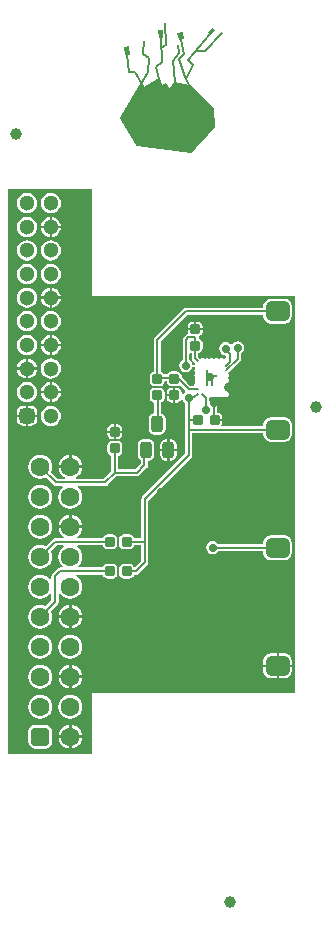
<source format=gtl>
G04*
G04 #@! TF.GenerationSoftware,Altium Limited,Altium Designer,23.3.1 (30)*
G04*
G04 Layer_Physical_Order=1*
G04 Layer_Color=255*
%FSLAX44Y44*%
%MOMM*%
G71*
G04*
G04 #@! TF.SameCoordinates,93B2F360-A854-404C-8A8F-734AF7A26EB0*
G04*
G04*
G04 #@! TF.FilePolarity,Positive*
G04*
G01*
G75*
%ADD10C,0.2000*%
%ADD13C,0.1500*%
%ADD15C,0.1656*%
G04:AMPARAMS|DCode=17|XSize=0.85mm|YSize=0.85mm|CornerRadius=0.2125mm|HoleSize=0mm|Usage=FLASHONLY|Rotation=270.000|XOffset=0mm|YOffset=0mm|HoleType=Round|Shape=RoundedRectangle|*
%AMROUNDEDRECTD17*
21,1,0.8500,0.4250,0,0,270.0*
21,1,0.4250,0.8500,0,0,270.0*
1,1,0.4250,-0.2125,-0.2125*
1,1,0.4250,-0.2125,0.2125*
1,1,0.4250,0.2125,0.2125*
1,1,0.4250,0.2125,-0.2125*
%
%ADD17ROUNDEDRECTD17*%
G04:AMPARAMS|DCode=18|XSize=0.85mm|YSize=0.85mm|CornerRadius=0.2125mm|HoleSize=0mm|Usage=FLASHONLY|Rotation=180.000|XOffset=0mm|YOffset=0mm|HoleType=Round|Shape=RoundedRectangle|*
%AMROUNDEDRECTD18*
21,1,0.8500,0.4250,0,0,180.0*
21,1,0.4250,0.8500,0,0,180.0*
1,1,0.4250,-0.2125,0.2125*
1,1,0.4250,0.2125,0.2125*
1,1,0.4250,0.2125,-0.2125*
1,1,0.4250,-0.2125,-0.2125*
%
%ADD18ROUNDEDRECTD18*%
G04:AMPARAMS|DCode=19|XSize=1mm|YSize=1.4mm|CornerRadius=0.25mm|HoleSize=0mm|Usage=FLASHONLY|Rotation=0.000|XOffset=0mm|YOffset=0mm|HoleType=Round|Shape=RoundedRectangle|*
%AMROUNDEDRECTD19*
21,1,1.0000,0.9000,0,0,0.0*
21,1,0.5000,1.4000,0,0,0.0*
1,1,0.5000,0.2500,-0.4500*
1,1,0.5000,-0.2500,-0.4500*
1,1,0.5000,-0.2500,0.4500*
1,1,0.5000,0.2500,0.4500*
%
%ADD19ROUNDEDRECTD19*%
%ADD20C,0.1500*%
%ADD32C,1.0000*%
G04:AMPARAMS|DCode=33|XSize=1.7mm|YSize=2mm|CornerRadius=0.425mm|HoleSize=0mm|Usage=FLASHONLY|Rotation=90.000|XOffset=0mm|YOffset=0mm|HoleType=Round|Shape=RoundedRectangle|*
%AMROUNDEDRECTD33*
21,1,1.7000,1.1500,0,0,90.0*
21,1,0.8500,2.0000,0,0,90.0*
1,1,0.8500,0.5750,0.4250*
1,1,0.8500,0.5750,-0.4250*
1,1,0.8500,-0.5750,-0.4250*
1,1,0.8500,-0.5750,0.4250*
%
%ADD33ROUNDEDRECTD33*%
%ADD34C,1.3000*%
G04:AMPARAMS|DCode=35|XSize=1.3mm|YSize=1.3mm|CornerRadius=0.325mm|HoleSize=0mm|Usage=FLASHONLY|Rotation=90.000|XOffset=0mm|YOffset=0mm|HoleType=Round|Shape=RoundedRectangle|*
%AMROUNDEDRECTD35*
21,1,1.3000,0.6500,0,0,90.0*
21,1,0.6500,1.3000,0,0,90.0*
1,1,0.6500,0.3250,0.3250*
1,1,0.6500,0.3250,-0.3250*
1,1,0.6500,-0.3250,-0.3250*
1,1,0.6500,-0.3250,0.3250*
%
%ADD35ROUNDEDRECTD35*%
%ADD36C,1.6000*%
G04:AMPARAMS|DCode=37|XSize=1.6mm|YSize=1.6mm|CornerRadius=0.4mm|HoleSize=0mm|Usage=FLASHONLY|Rotation=90.000|XOffset=0mm|YOffset=0mm|HoleType=Round|Shape=RoundedRectangle|*
%AMROUNDEDRECTD37*
21,1,1.6000,0.8000,0,0,90.0*
21,1,0.8000,1.6000,0,0,90.0*
1,1,0.8000,0.4000,0.4000*
1,1,0.8000,0.4000,-0.4000*
1,1,0.8000,-0.4000,-0.4000*
1,1,0.8000,-0.4000,0.4000*
%
%ADD37ROUNDEDRECTD37*%
%ADD38C,0.7000*%
G36*
X93000Y533000D02*
X265000D01*
Y196750D01*
X93000D01*
Y145250D01*
X21500D01*
Y623250D01*
X93000D01*
Y533000D01*
D02*
G37*
G36*
X176621Y655304D02*
X130819Y660841D01*
X117049Y683963D01*
X134471Y712805D01*
X136477Y708876D01*
X149641Y716497D01*
X152066Y710088D01*
X154721Y712109D01*
X158936Y707202D01*
X162920Y714014D01*
X174553Y711676D01*
X194905Y691065D01*
X195771Y675996D01*
X176621Y655304D01*
D02*
G37*
G36*
X120075Y743991D02*
X121104Y736678D01*
X125324Y737272D01*
X124295Y744585D01*
X120075Y743991D01*
D02*
G37*
G36*
X148784Y758153D02*
X149258Y751458D01*
X152924Y751717D01*
X152451Y758412D01*
X148784Y758153D01*
D02*
G37*
G36*
X165139Y755704D02*
X166521Y749637D01*
X170807Y750613D01*
X169424Y756680D01*
X165139Y755704D01*
D02*
G37*
G36*
X194591Y760354D02*
X190851Y755976D01*
X193391Y753806D01*
X197131Y758185D01*
X194591Y760354D01*
D02*
G37*
%LPC*%
G36*
X57800Y620223D02*
X55581Y619931D01*
X53513Y619075D01*
X51738Y617712D01*
X50375Y615937D01*
X49519Y613869D01*
X49227Y611650D01*
X49519Y609431D01*
X50375Y607363D01*
X51738Y605588D01*
X53513Y604225D01*
X55581Y603369D01*
X57800Y603077D01*
X60019Y603369D01*
X62087Y604225D01*
X63862Y605588D01*
X65225Y607363D01*
X66081Y609431D01*
X66373Y611650D01*
X66081Y613869D01*
X65225Y615937D01*
X63862Y617712D01*
X62087Y619075D01*
X60019Y619931D01*
X57800Y620223D01*
D02*
G37*
G36*
X37800D02*
X35581Y619931D01*
X33513Y619075D01*
X31738Y617712D01*
X30375Y615937D01*
X29519Y613869D01*
X29227Y611650D01*
X29519Y609431D01*
X30375Y607363D01*
X31738Y605588D01*
X33513Y604225D01*
X35581Y603369D01*
X37800Y603077D01*
X40019Y603369D01*
X42087Y604225D01*
X43862Y605588D01*
X45225Y607363D01*
X46081Y609431D01*
X46373Y611650D01*
X46081Y613869D01*
X45225Y615937D01*
X43862Y617712D01*
X42087Y619075D01*
X40019Y619931D01*
X37800Y620223D01*
D02*
G37*
G36*
X58800Y600092D02*
Y592650D01*
X66242D01*
X66081Y593869D01*
X65225Y595937D01*
X63862Y597712D01*
X62087Y599075D01*
X60019Y599931D01*
X58800Y600092D01*
D02*
G37*
G36*
X56800D02*
X55581Y599931D01*
X53513Y599075D01*
X51738Y597712D01*
X50375Y595937D01*
X49519Y593869D01*
X49358Y592650D01*
X56800D01*
Y600092D01*
D02*
G37*
G36*
X66242Y590650D02*
X58800D01*
Y583208D01*
X60019Y583369D01*
X62087Y584225D01*
X63862Y585588D01*
X65225Y587363D01*
X66081Y589431D01*
X66242Y590650D01*
D02*
G37*
G36*
X56800D02*
X49358D01*
X49519Y589431D01*
X50375Y587363D01*
X51738Y585588D01*
X53513Y584225D01*
X55581Y583369D01*
X56800Y583208D01*
Y590650D01*
D02*
G37*
G36*
X37800Y600223D02*
X35581Y599931D01*
X33513Y599075D01*
X31738Y597712D01*
X30375Y595937D01*
X29519Y593869D01*
X29227Y591650D01*
X29519Y589431D01*
X30375Y587363D01*
X31738Y585588D01*
X33513Y584225D01*
X35581Y583369D01*
X37800Y583077D01*
X40019Y583369D01*
X42087Y584225D01*
X43862Y585588D01*
X45225Y587363D01*
X46081Y589431D01*
X46373Y591650D01*
X46081Y593869D01*
X45225Y595937D01*
X43862Y597712D01*
X42087Y599075D01*
X40019Y599931D01*
X37800Y600223D01*
D02*
G37*
G36*
X57800Y580223D02*
X55581Y579931D01*
X53513Y579075D01*
X51738Y577712D01*
X50375Y575937D01*
X49519Y573869D01*
X49227Y571650D01*
X49519Y569431D01*
X50375Y567363D01*
X51738Y565588D01*
X53513Y564225D01*
X55581Y563369D01*
X57800Y563077D01*
X60019Y563369D01*
X62087Y564225D01*
X63862Y565588D01*
X65225Y567363D01*
X66081Y569431D01*
X66373Y571650D01*
X66081Y573869D01*
X65225Y575937D01*
X63862Y577712D01*
X62087Y579075D01*
X60019Y579931D01*
X57800Y580223D01*
D02*
G37*
G36*
X37800D02*
X35581Y579931D01*
X33513Y579075D01*
X31738Y577712D01*
X30375Y575937D01*
X29519Y573869D01*
X29227Y571650D01*
X29519Y569431D01*
X30375Y567363D01*
X31738Y565588D01*
X33513Y564225D01*
X35581Y563369D01*
X37800Y563077D01*
X40019Y563369D01*
X42087Y564225D01*
X43862Y565588D01*
X45225Y567363D01*
X46081Y569431D01*
X46373Y571650D01*
X46081Y573869D01*
X45225Y575937D01*
X43862Y577712D01*
X42087Y579075D01*
X40019Y579931D01*
X37800Y580223D01*
D02*
G37*
G36*
X57800Y560223D02*
X55581Y559931D01*
X53513Y559075D01*
X51738Y557712D01*
X50375Y555937D01*
X49519Y553869D01*
X49227Y551650D01*
X49519Y549431D01*
X50375Y547363D01*
X51738Y545588D01*
X53513Y544225D01*
X55581Y543369D01*
X57800Y543077D01*
X60019Y543369D01*
X62087Y544225D01*
X63862Y545588D01*
X65225Y547363D01*
X66081Y549431D01*
X66373Y551650D01*
X66081Y553869D01*
X65225Y555937D01*
X63862Y557712D01*
X62087Y559075D01*
X60019Y559931D01*
X57800Y560223D01*
D02*
G37*
G36*
X37800D02*
X35581Y559931D01*
X33513Y559075D01*
X31738Y557712D01*
X30375Y555937D01*
X29519Y553869D01*
X29227Y551650D01*
X29519Y549431D01*
X30375Y547363D01*
X31738Y545588D01*
X33513Y544225D01*
X35581Y543369D01*
X37800Y543077D01*
X40019Y543369D01*
X42087Y544225D01*
X43862Y545588D01*
X45225Y547363D01*
X46081Y549431D01*
X46373Y551650D01*
X46081Y553869D01*
X45225Y555937D01*
X43862Y557712D01*
X42087Y559075D01*
X40019Y559931D01*
X37800Y560223D01*
D02*
G37*
G36*
X58800Y540092D02*
Y532650D01*
X66242D01*
X66081Y533869D01*
X65225Y535937D01*
X63862Y537712D01*
X62087Y539075D01*
X60019Y539931D01*
X58800Y540092D01*
D02*
G37*
G36*
X56800D02*
X55581Y539931D01*
X53513Y539075D01*
X51738Y537712D01*
X50375Y535937D01*
X49519Y533869D01*
X49358Y532650D01*
X56800D01*
Y540092D01*
D02*
G37*
G36*
X66242Y530650D02*
X58800D01*
Y523208D01*
X60019Y523369D01*
X62087Y524225D01*
X63862Y525588D01*
X65225Y527363D01*
X66081Y529431D01*
X66242Y530650D01*
D02*
G37*
G36*
X56800D02*
X49358D01*
X49519Y529431D01*
X50375Y527363D01*
X51738Y525588D01*
X53513Y524225D01*
X55581Y523369D01*
X56800Y523208D01*
Y530650D01*
D02*
G37*
G36*
X37800Y540223D02*
X35581Y539931D01*
X33513Y539075D01*
X31738Y537712D01*
X30375Y535937D01*
X29519Y533869D01*
X29227Y531650D01*
X29519Y529431D01*
X30375Y527363D01*
X31738Y525588D01*
X33513Y524225D01*
X35581Y523369D01*
X37800Y523077D01*
X40019Y523369D01*
X42087Y524225D01*
X43862Y525588D01*
X45225Y527363D01*
X46081Y529431D01*
X46373Y531650D01*
X46081Y533869D01*
X45225Y535937D01*
X43862Y537712D01*
X42087Y539075D01*
X40019Y539931D01*
X37800Y540223D01*
D02*
G37*
G36*
X255750Y530622D02*
X244250D01*
X241811Y530137D01*
X239744Y528756D01*
X238363Y526689D01*
X237878Y524250D01*
Y523059D01*
X172000D01*
X170830Y522826D01*
X169837Y522163D01*
X169837Y522163D01*
X145829Y498154D01*
X145166Y497162D01*
X144933Y495992D01*
X144933Y495992D01*
Y469130D01*
X144257Y468996D01*
X142893Y468084D01*
X141981Y466720D01*
X141661Y465110D01*
Y460860D01*
X141981Y459250D01*
X142893Y457886D01*
X144257Y456974D01*
X145867Y456654D01*
X150117D01*
X151726Y456974D01*
X153091Y457886D01*
X154002Y459250D01*
X154323Y460860D01*
Y460941D01*
X155911D01*
Y460860D01*
X156231Y459250D01*
X157143Y457886D01*
X158507Y456974D01*
X160117Y456654D01*
X164367D01*
X165976Y456974D01*
X166860Y457565D01*
X171830Y452594D01*
X171705Y451330D01*
X170785Y450715D01*
X169842Y449305D01*
X168573Y449690D01*
Y451110D01*
X168252Y452719D01*
X167341Y454084D01*
X165976Y454996D01*
X164367Y455316D01*
X163242D01*
Y448985D01*
Y442654D01*
X164367D01*
X165976Y442974D01*
X167341Y443886D01*
X168170Y445127D01*
X168656Y445167D01*
X169492Y444993D01*
X169569Y444604D01*
X170785Y442785D01*
X171441Y442346D01*
Y426500D01*
X171441Y426500D01*
X171441Y426500D01*
Y419905D01*
Y399419D01*
X135337Y363315D01*
X134674Y362323D01*
X134441Y361152D01*
X134441Y361152D01*
Y328059D01*
X128145D01*
X128011Y328735D01*
X127099Y330099D01*
X125735Y331011D01*
X124125Y331331D01*
X119875D01*
X118265Y331011D01*
X116901Y330099D01*
X115989Y328735D01*
X115669Y327125D01*
Y322875D01*
X115989Y321265D01*
X116901Y319901D01*
X118265Y318989D01*
X119875Y318669D01*
X124125D01*
X125735Y318989D01*
X127099Y319901D01*
X128011Y321265D01*
X128145Y321941D01*
X134441D01*
Y308767D01*
X129323Y303648D01*
X128855Y303679D01*
X127851Y303973D01*
X127099Y305099D01*
X125735Y306011D01*
X124125Y306331D01*
X119875D01*
X118265Y306011D01*
X116901Y305099D01*
X115989Y303734D01*
X115669Y302125D01*
Y297875D01*
X115989Y296266D01*
X116901Y294901D01*
X118265Y293989D01*
X119875Y293669D01*
X124125D01*
X125735Y293989D01*
X127099Y294901D01*
X128011Y296266D01*
X128145Y296941D01*
X130000D01*
X130000Y296941D01*
X131171Y297174D01*
X132163Y297837D01*
X139663Y305337D01*
X140326Y306329D01*
X140559Y307500D01*
X140559Y307500D01*
Y325250D01*
X140559Y325250D01*
X140559Y325250D01*
Y359885D01*
X176663Y395989D01*
X177326Y396982D01*
X177559Y398152D01*
X177559Y398153D01*
Y416846D01*
X237878D01*
Y415750D01*
X238363Y413311D01*
X239744Y411244D01*
X241811Y409863D01*
X244250Y409378D01*
X255750D01*
X258189Y409863D01*
X260256Y411244D01*
X261637Y413311D01*
X262122Y415750D01*
Y424250D01*
X261637Y426689D01*
X260256Y428756D01*
X258189Y430137D01*
X255750Y430622D01*
X244250D01*
X241811Y430137D01*
X239744Y428756D01*
X238363Y426689D01*
X237878Y424250D01*
Y422963D01*
X202988D01*
X202389Y424084D01*
X202511Y424266D01*
X202831Y425875D01*
Y427000D01*
X196500D01*
Y429000D01*
X202831D01*
Y430125D01*
X202511Y431735D01*
X201599Y433099D01*
X200235Y434011D01*
X198684Y434319D01*
Y440742D01*
X199076Y441329D01*
X199309Y442500D01*
X199076Y443671D01*
X198413Y444663D01*
X197421Y445326D01*
X196250Y445559D01*
X195079Y445326D01*
X194087Y444663D01*
X193462Y444038D01*
X193297Y443791D01*
X192027Y444176D01*
Y446617D01*
X192930Y447282D01*
X193240Y447387D01*
X194200Y447196D01*
X195273Y447410D01*
X196200Y448006D01*
X197127Y447410D01*
X198200Y447196D01*
X199273Y447410D01*
X200200Y448006D01*
X201127Y447410D01*
X202200Y447196D01*
X203273Y447410D01*
X204200Y448006D01*
X205127Y447410D01*
X206200Y447196D01*
X207273Y447410D01*
X208183Y448017D01*
X208790Y448927D01*
X209004Y450000D01*
X208790Y451073D01*
X208183Y451983D01*
X207273Y452590D01*
X206200Y452804D01*
X206055Y452775D01*
X204975Y453855D01*
X205004Y454000D01*
X204790Y455073D01*
X204183Y455983D01*
Y456017D01*
X204790Y456927D01*
X205004Y458000D01*
X204975Y458145D01*
X206055Y459225D01*
X206200Y459196D01*
X207273Y459410D01*
X208183Y460017D01*
X208790Y460927D01*
X209004Y462000D01*
X208790Y463073D01*
X208194Y464000D01*
X208790Y464927D01*
X209004Y466000D01*
X208790Y467073D01*
X208196Y467997D01*
X209015Y468849D01*
X217983Y477817D01*
X218590Y478727D01*
X218804Y479800D01*
Y484509D01*
X219965Y485285D01*
X221181Y487104D01*
X221608Y489250D01*
X221181Y491396D01*
X219965Y493215D01*
X218146Y494431D01*
X216000Y494858D01*
X213854Y494431D01*
X212035Y493215D01*
X211513Y492435D01*
X209986D01*
X209965Y492465D01*
X208146Y493681D01*
X206000Y494108D01*
X203854Y493681D01*
X202035Y492465D01*
X200819Y490646D01*
X200392Y488500D01*
X200819Y486354D01*
X202035Y484535D01*
X203854Y483319D01*
X205687Y482955D01*
X206247Y481745D01*
X205776Y480719D01*
X205127Y480590D01*
X204200Y479994D01*
X203273Y480591D01*
X202200Y480804D01*
X201127Y480590D01*
X200217Y479983D01*
X200183D01*
X199273Y480590D01*
X198200Y480804D01*
X197127Y480590D01*
X196200Y479994D01*
X195273Y480591D01*
X194200Y480804D01*
X193127Y480590D01*
X192200Y479994D01*
X191273Y480591D01*
X190200Y480804D01*
X189127Y480590D01*
X188217Y479983D01*
X188183D01*
X187273Y480590D01*
X186200Y480804D01*
X185127Y480590D01*
X184217Y479983D01*
X183351Y480815D01*
X182804Y481361D01*
Y484804D01*
X183734Y484989D01*
X185099Y485901D01*
X186011Y487266D01*
X186331Y488875D01*
Y493125D01*
X186011Y494734D01*
X185099Y496099D01*
X183734Y497011D01*
X183459Y497755D01*
X183734Y498989D01*
X185099Y499901D01*
X186011Y501265D01*
X186331Y502875D01*
Y504000D01*
X173669D01*
Y502875D01*
X173856Y501938D01*
X173989Y501265D01*
X173112Y500590D01*
X172202Y499983D01*
X170267Y498048D01*
X169660Y497138D01*
X169446Y496065D01*
Y478741D01*
X168285Y477965D01*
X167069Y476146D01*
X166642Y474000D01*
X167069Y471854D01*
X168285Y470035D01*
X170104Y468819D01*
X172250Y468392D01*
X174396Y468819D01*
X176215Y470035D01*
X177431Y471854D01*
X177858Y474000D01*
X177431Y476146D01*
X176215Y477965D01*
X175054Y478741D01*
Y484228D01*
X176084Y484916D01*
X177196Y484517D01*
Y480200D01*
X177410Y479127D01*
X178017Y478217D01*
X179385Y476849D01*
X180217Y475983D01*
X179610Y475073D01*
X179396Y474000D01*
X179610Y472927D01*
X180217Y472017D01*
Y471983D01*
X179610Y471073D01*
X179396Y470000D01*
X179610Y468927D01*
X180206Y468000D01*
X179610Y467073D01*
X179396Y466000D01*
X179610Y464927D01*
X180206Y464000D01*
X179610Y463073D01*
X179396Y462000D01*
X179610Y460927D01*
X180206Y460000D01*
X179610Y459073D01*
X179396Y458000D01*
X178288Y457059D01*
X176017D01*
X168573Y464503D01*
Y465110D01*
X168252Y466720D01*
X167341Y468084D01*
X165976Y468996D01*
X164367Y469316D01*
X160117D01*
X158507Y468996D01*
X157143Y468084D01*
X156458Y467059D01*
X153776D01*
X153091Y468084D01*
X151726Y468996D01*
X151050Y469130D01*
Y494725D01*
X173267Y516941D01*
X237878D01*
Y515750D01*
X238363Y513311D01*
X239744Y511244D01*
X241811Y509863D01*
X244250Y509378D01*
X255750D01*
X258189Y509863D01*
X260256Y511244D01*
X261637Y513311D01*
X262122Y515750D01*
Y524250D01*
X261637Y526689D01*
X260256Y528756D01*
X258189Y530137D01*
X255750Y530622D01*
D02*
G37*
G36*
X182125Y511331D02*
X181000D01*
Y506000D01*
X186331D01*
Y507125D01*
X186011Y508735D01*
X185099Y510099D01*
X183734Y511011D01*
X182125Y511331D01*
D02*
G37*
G36*
X179000D02*
X177875D01*
X176266Y511011D01*
X174901Y510099D01*
X173989Y508735D01*
X173669Y507125D01*
Y506000D01*
X179000D01*
Y511331D01*
D02*
G37*
G36*
X57800Y520223D02*
X55581Y519931D01*
X53513Y519075D01*
X51738Y517712D01*
X50375Y515937D01*
X49519Y513869D01*
X49227Y511650D01*
X49519Y509431D01*
X50375Y507363D01*
X51738Y505588D01*
X53513Y504225D01*
X55581Y503369D01*
X57800Y503077D01*
X60019Y503369D01*
X62087Y504225D01*
X63862Y505588D01*
X65225Y507363D01*
X66081Y509431D01*
X66373Y511650D01*
X66081Y513869D01*
X65225Y515937D01*
X63862Y517712D01*
X62087Y519075D01*
X60019Y519931D01*
X57800Y520223D01*
D02*
G37*
G36*
X37800D02*
X35581Y519931D01*
X33513Y519075D01*
X31738Y517712D01*
X30375Y515937D01*
X29519Y513869D01*
X29227Y511650D01*
X29519Y509431D01*
X30375Y507363D01*
X31738Y505588D01*
X33513Y504225D01*
X35581Y503369D01*
X37800Y503077D01*
X40019Y503369D01*
X42087Y504225D01*
X43862Y505588D01*
X45225Y507363D01*
X46081Y509431D01*
X46373Y511650D01*
X46081Y513869D01*
X45225Y515937D01*
X43862Y517712D01*
X42087Y519075D01*
X40019Y519931D01*
X37800Y520223D01*
D02*
G37*
G36*
X58800Y500092D02*
Y492650D01*
X66242D01*
X66081Y493869D01*
X65225Y495937D01*
X63862Y497712D01*
X62087Y499075D01*
X60019Y499931D01*
X58800Y500092D01*
D02*
G37*
G36*
X56800D02*
X55581Y499931D01*
X53513Y499075D01*
X51738Y497712D01*
X50375Y495937D01*
X49519Y493869D01*
X49358Y492650D01*
X56800D01*
Y500092D01*
D02*
G37*
G36*
X66242Y490650D02*
X58800D01*
Y483208D01*
X60019Y483369D01*
X62087Y484225D01*
X63862Y485588D01*
X65225Y487363D01*
X66081Y489431D01*
X66242Y490650D01*
D02*
G37*
G36*
X56800D02*
X49358D01*
X49519Y489431D01*
X50375Y487363D01*
X51738Y485588D01*
X53513Y484225D01*
X55581Y483369D01*
X56800Y483208D01*
Y490650D01*
D02*
G37*
G36*
X37800Y500223D02*
X35581Y499931D01*
X33513Y499075D01*
X31738Y497712D01*
X30375Y495937D01*
X29519Y493869D01*
X29227Y491650D01*
X29519Y489431D01*
X30375Y487363D01*
X31738Y485588D01*
X33513Y484225D01*
X35581Y483369D01*
X37800Y483077D01*
X40019Y483369D01*
X42087Y484225D01*
X43862Y485588D01*
X45225Y487363D01*
X46081Y489431D01*
X46373Y491650D01*
X46081Y493869D01*
X45225Y495937D01*
X43862Y497712D01*
X42087Y499075D01*
X40019Y499931D01*
X37800Y500223D01*
D02*
G37*
G36*
X38800Y480092D02*
Y472650D01*
X46242D01*
X46081Y473869D01*
X45225Y475937D01*
X43862Y477712D01*
X42087Y479075D01*
X40019Y479931D01*
X38800Y480092D01*
D02*
G37*
G36*
X36800D02*
X35581Y479931D01*
X33513Y479075D01*
X31738Y477712D01*
X30375Y475937D01*
X29519Y473869D01*
X29358Y472650D01*
X36800D01*
Y480092D01*
D02*
G37*
G36*
Y470650D02*
X29358D01*
X29519Y469431D01*
X30375Y467363D01*
X31738Y465588D01*
X33513Y464225D01*
X35581Y463369D01*
X36800Y463208D01*
Y470650D01*
D02*
G37*
G36*
X46242D02*
X38800D01*
Y463208D01*
X40019Y463369D01*
X42087Y464225D01*
X43862Y465588D01*
X45225Y467363D01*
X46081Y469431D01*
X46242Y470650D01*
D02*
G37*
G36*
X57800Y480223D02*
X55581Y479931D01*
X53513Y479075D01*
X51738Y477712D01*
X50375Y475937D01*
X49519Y473869D01*
X49227Y471650D01*
X49519Y469431D01*
X50375Y467363D01*
X51738Y465588D01*
X53513Y464225D01*
X55581Y463369D01*
X57800Y463077D01*
X60019Y463369D01*
X62087Y464225D01*
X63862Y465588D01*
X65225Y467363D01*
X66081Y469431D01*
X66373Y471650D01*
X66081Y473869D01*
X65225Y475937D01*
X63862Y477712D01*
X62087Y479075D01*
X60019Y479931D01*
X57800Y480223D01*
D02*
G37*
G36*
X58800Y460092D02*
Y452650D01*
X66242D01*
X66081Y453869D01*
X65225Y455937D01*
X63862Y457712D01*
X62087Y459075D01*
X60019Y459931D01*
X58800Y460092D01*
D02*
G37*
G36*
X56800D02*
X55581Y459931D01*
X53513Y459075D01*
X51738Y457712D01*
X50375Y455937D01*
X49519Y453869D01*
X49358Y452650D01*
X56800D01*
Y460092D01*
D02*
G37*
G36*
X161242Y455316D02*
X160117D01*
X158507Y454996D01*
X157143Y454084D01*
X156231Y452719D01*
X155911Y451110D01*
Y449985D01*
X161242D01*
Y455316D01*
D02*
G37*
G36*
X66242Y450650D02*
X58800D01*
Y443208D01*
X60019Y443369D01*
X62087Y444225D01*
X63862Y445588D01*
X65225Y447363D01*
X66081Y449431D01*
X66242Y450650D01*
D02*
G37*
G36*
X56800D02*
X49358D01*
X49519Y449431D01*
X50375Y447363D01*
X51738Y445588D01*
X53513Y444225D01*
X55581Y443369D01*
X56800Y443208D01*
Y450650D01*
D02*
G37*
G36*
X37800Y460223D02*
X35581Y459931D01*
X33513Y459075D01*
X31738Y457712D01*
X30375Y455937D01*
X29519Y453869D01*
X29227Y451650D01*
X29519Y449431D01*
X30375Y447363D01*
X31738Y445588D01*
X33513Y444225D01*
X35581Y443369D01*
X37800Y443077D01*
X40019Y443369D01*
X42087Y444225D01*
X43862Y445588D01*
X45225Y447363D01*
X46081Y449431D01*
X46373Y451650D01*
X46081Y453869D01*
X45225Y455937D01*
X43862Y457712D01*
X42087Y459075D01*
X40019Y459931D01*
X37800Y460223D01*
D02*
G37*
G36*
X161242Y447985D02*
X155911D01*
Y446860D01*
X156231Y445251D01*
X157143Y443886D01*
X158507Y442974D01*
X160117Y442654D01*
X161242D01*
Y447985D01*
D02*
G37*
G36*
X41050Y440253D02*
X38800D01*
Y432650D01*
X46403D01*
Y434900D01*
X45995Y436948D01*
X44835Y438685D01*
X43098Y439845D01*
X41050Y440253D01*
D02*
G37*
G36*
X36800D02*
X34550D01*
X32502Y439845D01*
X30765Y438685D01*
X29605Y436948D01*
X29197Y434900D01*
Y432650D01*
X36800D01*
Y440253D01*
D02*
G37*
G36*
X57800Y440223D02*
X55581Y439931D01*
X53513Y439075D01*
X51738Y437712D01*
X50375Y435937D01*
X49519Y433869D01*
X49227Y431650D01*
X49519Y429431D01*
X50375Y427363D01*
X51738Y425588D01*
X53513Y424225D01*
X55581Y423369D01*
X57800Y423077D01*
X60019Y423369D01*
X62087Y424225D01*
X63862Y425588D01*
X65225Y427363D01*
X66081Y429431D01*
X66373Y431650D01*
X66081Y433869D01*
X65225Y435937D01*
X63862Y437712D01*
X62087Y439075D01*
X60019Y439931D01*
X57800Y440223D01*
D02*
G37*
G36*
X46403Y430650D02*
X38800D01*
Y423047D01*
X41050D01*
X43098Y423455D01*
X44835Y424615D01*
X45995Y426352D01*
X46403Y428400D01*
Y430650D01*
D02*
G37*
G36*
X36800D02*
X29197D01*
Y428400D01*
X29605Y426352D01*
X30765Y424615D01*
X32502Y423455D01*
X34550Y423047D01*
X36800D01*
Y430650D01*
D02*
G37*
G36*
X114125Y424331D02*
X113000D01*
Y419000D01*
X118331D01*
Y420125D01*
X118011Y421735D01*
X117099Y423099D01*
X115735Y424011D01*
X114125Y424331D01*
D02*
G37*
G36*
X111000D02*
X109875D01*
X108265Y424011D01*
X106901Y423099D01*
X105989Y421735D01*
X105669Y420125D01*
Y419000D01*
X111000D01*
Y424331D01*
D02*
G37*
G36*
X150117Y455316D02*
X145867D01*
X144257Y454996D01*
X142893Y454084D01*
X141981Y452719D01*
X141661Y451110D01*
Y446860D01*
X141981Y445251D01*
X142893Y443886D01*
X144257Y442974D01*
X145441Y442739D01*
Y433694D01*
X143736Y433354D01*
X142247Y432360D01*
X141253Y430871D01*
X140904Y429115D01*
Y420115D01*
X141253Y418360D01*
X142247Y416871D01*
X143736Y415877D01*
X145492Y415527D01*
X150492D01*
X152247Y415877D01*
X153736Y416871D01*
X154731Y418360D01*
X155080Y420115D01*
Y429115D01*
X154731Y430871D01*
X153736Y432360D01*
X152247Y433354D01*
X151559Y433491D01*
Y442941D01*
X151726Y442974D01*
X153091Y443886D01*
X154002Y445251D01*
X154323Y446860D01*
Y451110D01*
X154002Y452719D01*
X153091Y454084D01*
X151726Y454996D01*
X150117Y455316D01*
D02*
G37*
G36*
X118331Y417000D02*
X113000D01*
Y411669D01*
X114125D01*
X115735Y411989D01*
X117099Y412901D01*
X118011Y414266D01*
X118331Y415875D01*
Y417000D01*
D02*
G37*
G36*
X111000D02*
X105669D01*
Y415875D01*
X105989Y414266D01*
X106901Y412901D01*
X108265Y411989D01*
X109875Y411669D01*
X111000D01*
Y417000D01*
D02*
G37*
G36*
X159992Y411703D02*
X158492D01*
Y403615D01*
X164580D01*
Y407115D01*
X164231Y408871D01*
X163236Y410360D01*
X161747Y411354D01*
X159992Y411703D01*
D02*
G37*
G36*
X156492D02*
X154992D01*
X153236Y411354D01*
X151747Y410360D01*
X150753Y408871D01*
X150403Y407115D01*
Y403615D01*
X156492D01*
Y411703D01*
D02*
G37*
G36*
X164580Y401615D02*
X158492D01*
Y393527D01*
X159992D01*
X161747Y393876D01*
X163236Y394871D01*
X164231Y396360D01*
X164580Y398115D01*
Y401615D01*
D02*
G37*
G36*
X156492D02*
X150403D01*
Y398115D01*
X150753Y396360D01*
X151747Y394871D01*
X153236Y393876D01*
X154992Y393527D01*
X156492D01*
Y401615D01*
D02*
G37*
G36*
X75400Y398555D02*
Y389600D01*
X84355D01*
X84143Y391211D01*
X83135Y393643D01*
X81532Y395732D01*
X79443Y397335D01*
X77010Y398343D01*
X75400Y398555D01*
D02*
G37*
G36*
X73400D02*
X71789Y398343D01*
X69357Y397335D01*
X67268Y395732D01*
X65665Y393643D01*
X64657Y391211D01*
X64445Y389600D01*
X73400D01*
Y398555D01*
D02*
G37*
G36*
X140992Y411703D02*
X135992D01*
X134236Y411354D01*
X132747Y410360D01*
X131753Y408871D01*
X131404Y407115D01*
Y398115D01*
X131753Y396360D01*
X132747Y394871D01*
X133978Y394049D01*
Y391058D01*
X129479Y386559D01*
X115059D01*
Y397855D01*
X115735Y397989D01*
X117099Y398901D01*
X118011Y400266D01*
X118331Y401875D01*
Y406125D01*
X118011Y407734D01*
X117099Y409099D01*
X115735Y410011D01*
X114125Y410331D01*
X109875D01*
X108265Y410011D01*
X106901Y409099D01*
X105989Y407734D01*
X105669Y406125D01*
Y401875D01*
X105989Y400266D01*
X106901Y398901D01*
X108265Y397989D01*
X108941Y397855D01*
Y384767D01*
X102608Y378434D01*
X79307D01*
X79054Y379704D01*
X79443Y379865D01*
X81532Y381468D01*
X83135Y383557D01*
X84143Y385989D01*
X84355Y387600D01*
X74400D01*
X64445D01*
X64657Y385989D01*
X65665Y383557D01*
X67268Y381468D01*
X69357Y379865D01*
X69746Y379704D01*
X69493Y378434D01*
X63492D01*
X57921Y384005D01*
X58743Y385989D01*
X59086Y388600D01*
X58743Y391211D01*
X57735Y393643D01*
X56132Y395732D01*
X54043Y397335D01*
X51610Y398343D01*
X49000Y398686D01*
X46389Y398343D01*
X43957Y397335D01*
X41868Y395732D01*
X40265Y393643D01*
X39257Y391211D01*
X38914Y388600D01*
X39257Y385989D01*
X40265Y383557D01*
X41868Y381468D01*
X43957Y379865D01*
X46389Y378857D01*
X49000Y378514D01*
X51610Y378857D01*
X53595Y379679D01*
X60062Y373212D01*
X60062Y373212D01*
X61054Y372549D01*
X62225Y372316D01*
X67768D01*
X68199Y371046D01*
X67268Y370332D01*
X65665Y368243D01*
X64657Y365811D01*
X64314Y363200D01*
X64657Y360589D01*
X65665Y358157D01*
X67268Y356068D01*
X69357Y354465D01*
X71789Y353457D01*
X74400Y353114D01*
X77010Y353457D01*
X79443Y354465D01*
X81532Y356068D01*
X83135Y358157D01*
X84143Y360589D01*
X84486Y363200D01*
X84143Y365811D01*
X83135Y368243D01*
X81532Y370332D01*
X80601Y371046D01*
X81032Y372316D01*
X103875D01*
X103875Y372316D01*
X105046Y372549D01*
X106038Y373212D01*
X113267Y380441D01*
X130746D01*
X130746Y380441D01*
X131917Y380674D01*
X132909Y381337D01*
X139200Y387628D01*
X139863Y388620D01*
X140096Y389790D01*
X140096Y389791D01*
Y393527D01*
X140992D01*
X142747Y393876D01*
X144236Y394871D01*
X145231Y396360D01*
X145580Y398115D01*
Y407115D01*
X145231Y408871D01*
X144236Y410360D01*
X142747Y411354D01*
X140992Y411703D01*
D02*
G37*
G36*
X49000Y373286D02*
X46389Y372943D01*
X43957Y371935D01*
X41868Y370332D01*
X40265Y368243D01*
X39257Y365811D01*
X38914Y363200D01*
X39257Y360589D01*
X40265Y358157D01*
X41868Y356068D01*
X43957Y354465D01*
X46389Y353457D01*
X49000Y353114D01*
X51610Y353457D01*
X54043Y354465D01*
X56132Y356068D01*
X57735Y358157D01*
X58743Y360589D01*
X59086Y363200D01*
X58743Y365811D01*
X57735Y368243D01*
X56132Y370332D01*
X54043Y371935D01*
X51610Y372943D01*
X49000Y373286D01*
D02*
G37*
G36*
X75400Y347755D02*
Y338800D01*
X84355D01*
X84143Y340410D01*
X83135Y342843D01*
X81532Y344932D01*
X79443Y346535D01*
X77010Y347543D01*
X75400Y347755D01*
D02*
G37*
G36*
X73400D02*
X71789Y347543D01*
X69357Y346535D01*
X67268Y344932D01*
X65665Y342843D01*
X64657Y340410D01*
X64445Y338800D01*
X73400D01*
Y347755D01*
D02*
G37*
G36*
X49000Y347886D02*
X46389Y347543D01*
X43957Y346535D01*
X41868Y344932D01*
X40265Y342843D01*
X39257Y340410D01*
X38914Y337800D01*
X39257Y335190D01*
X40265Y332757D01*
X41868Y330668D01*
X43957Y329065D01*
X46389Y328057D01*
X49000Y327714D01*
X51610Y328057D01*
X54043Y329065D01*
X56132Y330668D01*
X57735Y332757D01*
X58743Y335190D01*
X59086Y337800D01*
X58743Y340410D01*
X57735Y342843D01*
X56132Y344932D01*
X54043Y346535D01*
X51610Y347543D01*
X49000Y347886D01*
D02*
G37*
G36*
X255750Y330622D02*
X244250D01*
X241811Y330137D01*
X239744Y328756D01*
X238363Y326689D01*
X237878Y324250D01*
Y323059D01*
X199571D01*
X198965Y323965D01*
X197146Y325181D01*
X195000Y325608D01*
X192854Y325181D01*
X191035Y323965D01*
X189819Y322146D01*
X189392Y320000D01*
X189819Y317854D01*
X191035Y316035D01*
X192854Y314819D01*
X195000Y314392D01*
X197146Y314819D01*
X198965Y316035D01*
X199571Y316941D01*
X237878D01*
Y315750D01*
X238363Y313311D01*
X239744Y311244D01*
X241811Y309863D01*
X244250Y309378D01*
X255750D01*
X258189Y309863D01*
X260256Y311244D01*
X261637Y313311D01*
X262122Y315750D01*
Y324250D01*
X261637Y326689D01*
X260256Y328756D01*
X258189Y330137D01*
X255750Y330622D01*
D02*
G37*
G36*
X84355Y336800D02*
X74400D01*
X64445D01*
X64657Y335190D01*
X65665Y332757D01*
X67268Y330668D01*
X69013Y329329D01*
X68582Y328059D01*
X61600D01*
X60430Y327826D01*
X59437Y327163D01*
X59437Y327163D01*
X53595Y321321D01*
X51610Y322143D01*
X49000Y322486D01*
X46389Y322143D01*
X43957Y321135D01*
X41868Y319532D01*
X40265Y317443D01*
X39257Y315011D01*
X38914Y312400D01*
X39257Y309790D01*
X40265Y307357D01*
X41868Y305268D01*
X43957Y303665D01*
X46389Y302657D01*
X49000Y302314D01*
X51610Y302657D01*
X54043Y303665D01*
X56132Y305268D01*
X57735Y307357D01*
X58743Y309790D01*
X59086Y312400D01*
X58743Y315011D01*
X57921Y316995D01*
X62867Y321941D01*
X68321D01*
X68753Y320671D01*
X67268Y319532D01*
X65665Y317443D01*
X64657Y315011D01*
X64314Y312400D01*
X64657Y309790D01*
X65665Y307357D01*
X67268Y305268D01*
X68166Y304579D01*
X67735Y303309D01*
X65750D01*
X64579Y303076D01*
X63587Y302413D01*
X63587Y302413D01*
X59337Y298163D01*
X58674Y297171D01*
X58441Y296000D01*
X58441Y296000D01*
Y293209D01*
X57171Y292778D01*
X56132Y294132D01*
X54043Y295735D01*
X51610Y296743D01*
X49000Y297086D01*
X46389Y296743D01*
X43957Y295735D01*
X41868Y294132D01*
X40265Y292043D01*
X39257Y289611D01*
X38914Y287000D01*
X39257Y284389D01*
X40265Y281957D01*
X41868Y279868D01*
X43957Y278265D01*
X46389Y277257D01*
X49000Y276914D01*
X51610Y277257D01*
X54043Y278265D01*
X56132Y279868D01*
X57171Y281222D01*
X58441Y280791D01*
Y275367D01*
X53595Y270521D01*
X51610Y271343D01*
X49000Y271686D01*
X46389Y271343D01*
X43957Y270335D01*
X41868Y268732D01*
X40265Y266643D01*
X39257Y264210D01*
X38914Y261600D01*
X39257Y258990D01*
X40265Y256557D01*
X41868Y254468D01*
X43957Y252865D01*
X46389Y251857D01*
X49000Y251514D01*
X51610Y251857D01*
X54043Y252865D01*
X56132Y254468D01*
X57735Y256557D01*
X58743Y258990D01*
X59086Y261600D01*
X58743Y264210D01*
X57921Y266195D01*
X63663Y271937D01*
X63663Y271937D01*
X64326Y272929D01*
X64559Y274100D01*
Y281404D01*
X64984Y281616D01*
X65829Y281744D01*
X67268Y279868D01*
X69357Y278265D01*
X71789Y277257D01*
X74400Y276914D01*
X77010Y277257D01*
X79443Y278265D01*
X81532Y279868D01*
X83135Y281957D01*
X84143Y284389D01*
X84486Y287000D01*
X84143Y289611D01*
X83135Y292043D01*
X81532Y294132D01*
X79443Y295735D01*
X78993Y295921D01*
X79246Y297191D01*
X101805D01*
X101989Y296266D01*
X102901Y294901D01*
X104265Y293989D01*
X105875Y293669D01*
X110125D01*
X111735Y293989D01*
X113099Y294901D01*
X114011Y296266D01*
X114331Y297875D01*
Y302125D01*
X114011Y303734D01*
X113099Y305099D01*
X111735Y306011D01*
X110125Y306331D01*
X105875D01*
X104265Y306011D01*
X102901Y305099D01*
X101989Y303734D01*
X101905Y303309D01*
X81065D01*
X80634Y304579D01*
X81532Y305268D01*
X83135Y307357D01*
X84143Y309790D01*
X84486Y312400D01*
X84143Y315011D01*
X83135Y317443D01*
X81532Y319532D01*
X80047Y320671D01*
X80479Y321941D01*
X101855D01*
X101989Y321265D01*
X102901Y319901D01*
X104265Y318989D01*
X105875Y318669D01*
X110125D01*
X111735Y318989D01*
X113099Y319901D01*
X114011Y321265D01*
X114331Y322875D01*
Y327125D01*
X114011Y328735D01*
X113099Y330099D01*
X111735Y331011D01*
X110125Y331331D01*
X105875D01*
X104265Y331011D01*
X102901Y330099D01*
X101989Y328735D01*
X101855Y328059D01*
X80218D01*
X79787Y329329D01*
X81532Y330668D01*
X83135Y332757D01*
X84143Y335190D01*
X84355Y336800D01*
D02*
G37*
G36*
X75400Y271555D02*
Y262600D01*
X84355D01*
X84143Y264210D01*
X83135Y266643D01*
X81532Y268732D01*
X79443Y270335D01*
X77010Y271343D01*
X75400Y271555D01*
D02*
G37*
G36*
X73400D02*
X71789Y271343D01*
X69357Y270335D01*
X67268Y268732D01*
X65665Y266643D01*
X64657Y264210D01*
X64445Y262600D01*
X73400D01*
Y271555D01*
D02*
G37*
G36*
X84355Y260600D02*
X75400D01*
Y251645D01*
X77010Y251857D01*
X79443Y252865D01*
X81532Y254468D01*
X83135Y256557D01*
X84143Y258990D01*
X84355Y260600D01*
D02*
G37*
G36*
X73400D02*
X64445D01*
X64657Y258990D01*
X65665Y256557D01*
X67268Y254468D01*
X69357Y252865D01*
X71789Y251857D01*
X73400Y251645D01*
Y260600D01*
D02*
G37*
G36*
X74400Y246286D02*
X71789Y245943D01*
X69357Y244935D01*
X67268Y243332D01*
X65665Y241243D01*
X64657Y238811D01*
X64314Y236200D01*
X64657Y233589D01*
X65665Y231157D01*
X67268Y229068D01*
X69357Y227465D01*
X71789Y226457D01*
X74400Y226114D01*
X77010Y226457D01*
X79443Y227465D01*
X81532Y229068D01*
X83135Y231157D01*
X84143Y233589D01*
X84486Y236200D01*
X84143Y238811D01*
X83135Y241243D01*
X81532Y243332D01*
X79443Y244935D01*
X77010Y245943D01*
X74400Y246286D01*
D02*
G37*
G36*
X49000D02*
X46389Y245943D01*
X43957Y244935D01*
X41868Y243332D01*
X40265Y241243D01*
X39257Y238811D01*
X38914Y236200D01*
X39257Y233589D01*
X40265Y231157D01*
X41868Y229068D01*
X43957Y227465D01*
X46389Y226457D01*
X49000Y226114D01*
X51610Y226457D01*
X54043Y227465D01*
X56132Y229068D01*
X57735Y231157D01*
X58743Y233589D01*
X59086Y236200D01*
X58743Y238811D01*
X57735Y241243D01*
X56132Y243332D01*
X54043Y244935D01*
X51610Y245943D01*
X49000Y246286D01*
D02*
G37*
G36*
X255750Y230622D02*
X251000D01*
Y221000D01*
X262122D01*
Y224250D01*
X261637Y226689D01*
X260256Y228756D01*
X258189Y230137D01*
X255750Y230622D01*
D02*
G37*
G36*
X249000D02*
X244250D01*
X241811Y230137D01*
X239744Y228756D01*
X238363Y226689D01*
X237878Y224250D01*
Y221000D01*
X249000D01*
Y230622D01*
D02*
G37*
G36*
X75400Y220755D02*
Y211800D01*
X84355D01*
X84143Y213410D01*
X83135Y215843D01*
X81532Y217932D01*
X79443Y219535D01*
X77010Y220543D01*
X75400Y220755D01*
D02*
G37*
G36*
X73400D02*
X71789Y220543D01*
X69357Y219535D01*
X67268Y217932D01*
X65665Y215843D01*
X64657Y213410D01*
X64445Y211800D01*
X73400D01*
Y220755D01*
D02*
G37*
G36*
X262122Y219000D02*
X251000D01*
Y209378D01*
X255750D01*
X258189Y209863D01*
X260256Y211244D01*
X261637Y213311D01*
X262122Y215750D01*
Y219000D01*
D02*
G37*
G36*
X249000D02*
X237878D01*
Y215750D01*
X238363Y213311D01*
X239744Y211244D01*
X241811Y209863D01*
X244250Y209378D01*
X249000D01*
Y219000D01*
D02*
G37*
G36*
X84355Y209800D02*
X75400D01*
Y200845D01*
X77010Y201057D01*
X79443Y202065D01*
X81532Y203668D01*
X83135Y205757D01*
X84143Y208190D01*
X84355Y209800D01*
D02*
G37*
G36*
X73400D02*
X64445D01*
X64657Y208190D01*
X65665Y205757D01*
X67268Y203668D01*
X69357Y202065D01*
X71789Y201057D01*
X73400Y200845D01*
Y209800D01*
D02*
G37*
G36*
X49000Y220886D02*
X46389Y220543D01*
X43957Y219535D01*
X41868Y217932D01*
X40265Y215843D01*
X39257Y213410D01*
X38914Y210800D01*
X39257Y208190D01*
X40265Y205757D01*
X41868Y203668D01*
X43957Y202065D01*
X46389Y201057D01*
X49000Y200714D01*
X51610Y201057D01*
X54043Y202065D01*
X56132Y203668D01*
X57735Y205757D01*
X58743Y208190D01*
X59086Y210800D01*
X58743Y213410D01*
X57735Y215843D01*
X56132Y217932D01*
X54043Y219535D01*
X51610Y220543D01*
X49000Y220886D01*
D02*
G37*
G36*
X74400Y195486D02*
X71789Y195143D01*
X69357Y194135D01*
X67268Y192532D01*
X65665Y190443D01*
X64657Y188011D01*
X64314Y185400D01*
X64657Y182789D01*
X65665Y180357D01*
X67268Y178268D01*
X69357Y176665D01*
X71789Y175657D01*
X74400Y175314D01*
X77010Y175657D01*
X79443Y176665D01*
X81532Y178268D01*
X83135Y180357D01*
X84143Y182789D01*
X84486Y185400D01*
X84143Y188011D01*
X83135Y190443D01*
X81532Y192532D01*
X79443Y194135D01*
X77010Y195143D01*
X74400Y195486D01*
D02*
G37*
G36*
X49000D02*
X46389Y195143D01*
X43957Y194135D01*
X41868Y192532D01*
X40265Y190443D01*
X39257Y188011D01*
X38914Y185400D01*
X39257Y182789D01*
X40265Y180357D01*
X41868Y178268D01*
X43957Y176665D01*
X46389Y175657D01*
X49000Y175314D01*
X51610Y175657D01*
X54043Y176665D01*
X56132Y178268D01*
X57735Y180357D01*
X58743Y182789D01*
X59086Y185400D01*
X58743Y188011D01*
X57735Y190443D01*
X56132Y192532D01*
X54043Y194135D01*
X51610Y195143D01*
X49000Y195486D01*
D02*
G37*
G36*
X75400Y169955D02*
Y161000D01*
X84355D01*
X84143Y162610D01*
X83135Y165043D01*
X81532Y167132D01*
X79443Y168735D01*
X77010Y169743D01*
X75400Y169955D01*
D02*
G37*
G36*
X73400D02*
X71789Y169743D01*
X69357Y168735D01*
X67268Y167132D01*
X65665Y165043D01*
X64657Y162610D01*
X64445Y161000D01*
X73400D01*
Y169955D01*
D02*
G37*
G36*
X84355Y159000D02*
X75400D01*
Y150045D01*
X77010Y150257D01*
X79443Y151265D01*
X81532Y152868D01*
X83135Y154957D01*
X84143Y157389D01*
X84355Y159000D01*
D02*
G37*
G36*
X73400D02*
X64445D01*
X64657Y157389D01*
X65665Y154957D01*
X67268Y152868D01*
X69357Y151265D01*
X71789Y150257D01*
X73400Y150045D01*
Y159000D01*
D02*
G37*
G36*
X53000Y170117D02*
X45000D01*
X42659Y169652D01*
X40674Y168326D01*
X39348Y166341D01*
X38883Y164000D01*
Y156000D01*
X39348Y153659D01*
X40674Y151674D01*
X42659Y150348D01*
X45000Y149882D01*
X53000D01*
X55341Y150348D01*
X57326Y151674D01*
X58652Y153659D01*
X59117Y156000D01*
Y164000D01*
X58652Y166341D01*
X57326Y168326D01*
X55341Y169652D01*
X53000Y170117D01*
D02*
G37*
%LPD*%
D10*
X137500Y325250D02*
Y361152D01*
Y307500D02*
Y325250D01*
X122000Y325000D02*
X137250D01*
X137500Y325250D01*
Y361152D02*
X174500Y398152D01*
X130000Y300000D02*
X137500Y307500D01*
X122000Y300000D02*
X130000D01*
X61600Y325000D02*
X107342D01*
X65750Y300250D02*
X108469D01*
X62225Y375375D02*
X103875D01*
X112000Y383500D01*
X174500Y446500D02*
X174750Y446750D01*
X174500Y426500D02*
Y446500D01*
X147992Y464000D02*
Y495992D01*
Y464000D02*
X164828D01*
X147992Y495992D02*
X172000Y520000D01*
X148500Y424227D02*
Y450420D01*
X130746Y383500D02*
X137037Y389790D01*
Y404604D01*
X112000Y383500D02*
X130746D01*
X137037Y404604D02*
X138244Y405812D01*
X174500Y398152D02*
Y419905D01*
X164828Y464000D02*
X166000Y462828D01*
Y462750D02*
Y462828D01*
Y462750D02*
X174750Y454000D01*
X179500D01*
X49000Y388600D02*
X62225Y375375D01*
X112000Y383500D02*
Y404000D01*
X49000Y312400D02*
X61600Y325000D01*
X172000Y520000D02*
X250000D01*
X174500Y419905D02*
Y426500D01*
X176000Y428000D01*
X174500Y419905D02*
X249905D01*
X176000Y428000D02*
X182500D01*
X61500Y296000D02*
X65750Y300250D01*
X61500Y274100D02*
Y296000D01*
X49000Y261600D02*
X61500Y274100D01*
X195000Y320000D02*
X250000D01*
X195625Y428000D02*
Y441875D01*
X196250Y442500D01*
D13*
X174750Y446750D02*
X175216Y447216D01*
X179416D01*
X182200Y450000D01*
X172250Y474000D02*
Y496065D01*
X174185Y498000D02*
X179121D01*
X172250Y496065D02*
X174185Y498000D01*
X180000Y480200D02*
Y497121D01*
X179121Y498000D02*
X180000Y497121D01*
X179500Y454000D02*
X182200D01*
X180000Y480200D02*
X182200Y478000D01*
X206000Y487012D02*
X209250Y483762D01*
X206000Y487012D02*
Y488500D01*
X209250Y477050D02*
Y483762D01*
X216000Y479800D02*
Y488552D01*
Y489250D01*
X206200Y470000D02*
X216000Y479800D01*
X206200Y474000D02*
X209250Y477050D01*
X190200Y458000D02*
Y470000D01*
X189223Y436145D02*
Y446977D01*
X186200Y450000D02*
X189223Y446977D01*
X194056Y465207D02*
X197407D01*
X198200Y466000D01*
X194200Y458000D02*
Y462254D01*
D15*
X174553Y711676D02*
X194905Y691065D01*
X171896Y718602D02*
X174553Y711676D01*
X173006Y718720D02*
X178443Y728922D01*
X166148Y733587D02*
X171003Y737956D01*
X172306Y717534D02*
X173006Y718720D01*
X173711Y732941D02*
X178443Y728922D01*
X166148Y733587D02*
X171896Y718602D01*
X194905Y691065D02*
X195771Y675996D01*
X157738Y695724D02*
X162330Y698957D01*
X160676Y702701D02*
X166961Y709973D01*
X160676Y702701D02*
X162330Y698957D01*
X158936Y707202D02*
X162920Y714014D01*
X166961Y709973D01*
X161361Y732028D02*
X162920Y714014D01*
X161361Y732028D02*
X166615Y738840D01*
X122646Y737087D02*
X124468Y722732D01*
X180041Y740401D02*
X188669D01*
X165824Y745942D02*
X166615Y738840D01*
X168318Y750046D02*
X171003Y737956D01*
X173711Y732941D02*
X192258Y754799D01*
X140432Y722675D02*
X141121Y734678D01*
X151028Y751635D02*
X152123Y731162D01*
X147100Y727005D02*
X152123Y731162D01*
X188669Y740401D02*
X203129Y755328D01*
X136249Y738166D02*
X136952Y749076D01*
X136249Y738166D02*
X141121Y734678D01*
X151484Y743112D02*
X155472Y745942D01*
X147100Y727005D02*
X149641Y716497D01*
X154783Y763909D02*
X155472Y745942D01*
X124468Y722732D02*
X129549Y722444D01*
X117049Y683963D02*
X140432Y722675D01*
X136477Y708876D02*
X149641Y716497D01*
X152066Y710088D01*
X129549Y722444D02*
X136477Y708876D01*
X152066Y710088D02*
X154721Y712109D01*
X158936Y707202D01*
X117049Y683963D02*
X130819Y660841D01*
X176621Y655304D02*
X195771Y675996D01*
X130819Y660841D02*
X176621Y655304D01*
D17*
X108000Y300000D02*
D03*
X122000D02*
D03*
X108000Y325000D02*
D03*
X122000D02*
D03*
X196500Y428000D02*
D03*
X182500Y428000D02*
D03*
D18*
X147992Y462985D02*
D03*
Y448985D02*
D03*
X162242D02*
D03*
Y462985D02*
D03*
X180000Y505000D02*
D03*
Y491000D02*
D03*
X112000Y404000D02*
D03*
Y418000D02*
D03*
D19*
X138492Y402615D02*
D03*
X157492D02*
D03*
X147992Y424615D02*
D03*
D20*
X194200Y478000D02*
D03*
X198200Y474000D02*
D03*
Y478000D02*
D03*
X194200Y474000D02*
D03*
X202200Y478000D02*
D03*
X190200Y450000D02*
D03*
Y454000D02*
D03*
Y458000D02*
D03*
Y470000D02*
D03*
Y474000D02*
D03*
Y478000D02*
D03*
X186200Y450000D02*
D03*
Y454000D02*
D03*
Y458000D02*
D03*
Y462000D02*
D03*
Y466000D02*
D03*
Y470000D02*
D03*
Y474000D02*
D03*
Y478000D02*
D03*
X182200Y450000D02*
D03*
Y454000D02*
D03*
Y458000D02*
D03*
Y462000D02*
D03*
Y466000D02*
D03*
Y470000D02*
D03*
Y474000D02*
D03*
Y478000D02*
D03*
X206200Y450000D02*
D03*
Y462000D02*
D03*
Y466000D02*
D03*
Y470000D02*
D03*
Y474000D02*
D03*
Y478000D02*
D03*
X202200Y450000D02*
D03*
Y454000D02*
D03*
Y458000D02*
D03*
Y462000D02*
D03*
Y466000D02*
D03*
Y470000D02*
D03*
Y474000D02*
D03*
X198200Y450000D02*
D03*
Y454000D02*
D03*
Y458000D02*
D03*
Y462000D02*
D03*
Y466000D02*
D03*
Y470000D02*
D03*
X194200Y450000D02*
D03*
Y454000D02*
D03*
Y458000D02*
D03*
Y470000D02*
D03*
D32*
X282000Y439250D02*
D03*
X28250Y670500D02*
D03*
X210000Y20000D02*
D03*
D33*
X250000Y320000D02*
D03*
Y220000D02*
D03*
Y420000D02*
D03*
Y520000D02*
D03*
D34*
X37800Y471650D02*
D03*
X57800Y451650D02*
D03*
Y611650D02*
D03*
X37800D02*
D03*
X57800Y591650D02*
D03*
X37800D02*
D03*
X57800Y571650D02*
D03*
X37800D02*
D03*
X57800Y551650D02*
D03*
X37800D02*
D03*
X57800Y531650D02*
D03*
X37800D02*
D03*
X57800Y511650D02*
D03*
X37800D02*
D03*
X57800Y491650D02*
D03*
X37800D02*
D03*
X57800Y471650D02*
D03*
X37800Y451650D02*
D03*
X57800Y431650D02*
D03*
D35*
X37800D02*
D03*
D36*
X74400Y160000D02*
D03*
X49000Y185400D02*
D03*
X74400D02*
D03*
X49000Y210800D02*
D03*
X74400D02*
D03*
X49000Y236200D02*
D03*
X74400D02*
D03*
X49000Y261600D02*
D03*
X74400D02*
D03*
X49000Y287000D02*
D03*
X74400D02*
D03*
X49000Y312400D02*
D03*
X74400D02*
D03*
X49000Y337800D02*
D03*
X74400D02*
D03*
X49000Y363200D02*
D03*
X74400D02*
D03*
X49000Y388600D02*
D03*
X74400D02*
D03*
D37*
X49000Y160000D02*
D03*
D38*
X174750Y446750D02*
D03*
X163500Y428750D02*
D03*
X151240Y366760D02*
D03*
X176337Y460545D02*
D03*
X195000Y320000D02*
D03*
X162000Y525000D02*
D03*
X98000Y529000D02*
D03*
X229000D02*
D03*
X191000Y502000D02*
D03*
X98542Y501000D02*
D03*
X143042D02*
D03*
X206000Y488500D02*
D03*
X216000Y489250D02*
D03*
X228292Y369208D02*
D03*
X187292Y398708D02*
D03*
X238792Y445458D02*
D03*
X237542Y404208D02*
D03*
X97250Y342750D02*
D03*
X97292Y423208D02*
D03*
X99792Y393708D02*
D03*
X98542Y473208D02*
D03*
X225792Y490208D02*
D03*
X172250Y474000D02*
D03*
X196250Y442500D02*
D03*
X189223Y436145D02*
D03*
X192500Y464250D02*
D03*
M02*

</source>
